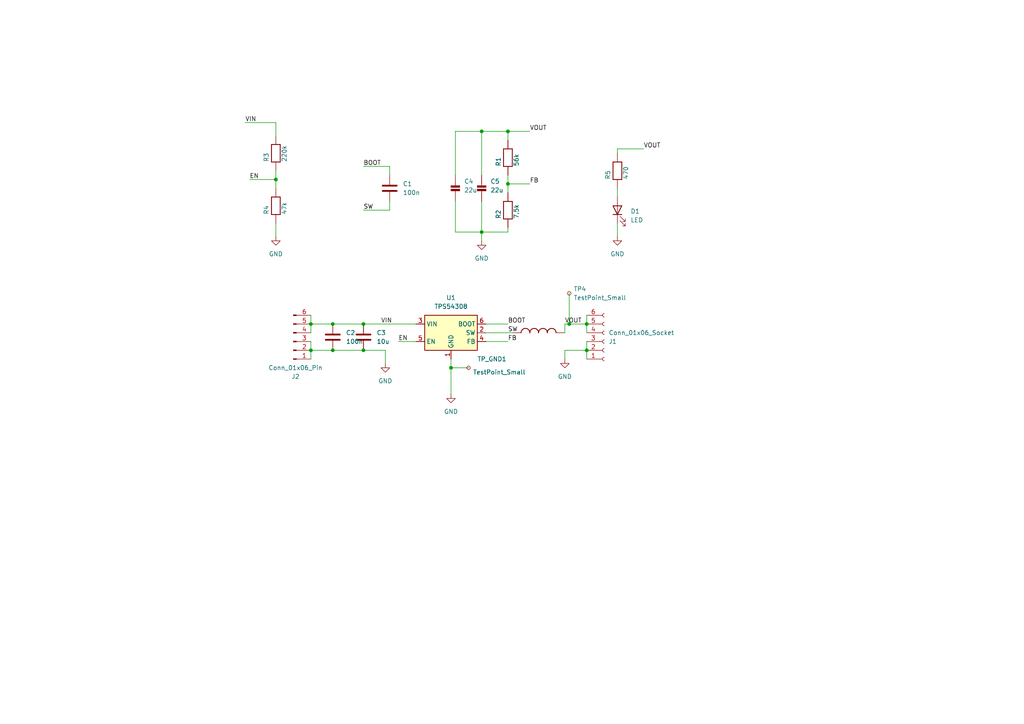
<source format=kicad_sch>
(kicad_sch (version 20230121) (generator eeschema)
  (paper "A4")
  (lib_symbols
    (symbol "Connector:Conn_01x06_Pin" (pin_names (offset 1.016) hide)
      (property "Reference" "J" (at 0 7.62 0))
      (property "Value" "Conn_01x06_Pin" (at 0 -10.16 0))
      (symbol "Conn_01x06_Pin_1_1"
        (polyline (pts (xy 1.27 -7.62) (xy 0.8636 -7.62)) (stroke (width 0.1524)))
        (polyline (pts (xy 1.27 -5.08) (xy 0.8636 -5.08)) (stroke (width 0.1524)))
        (polyline (pts (xy 1.27 -2.54) (xy 0.8636 -2.54)) (stroke (width 0.1524)))
        (polyline (pts (xy 1.27 0) (xy 0.8636 0)) (stroke (width 0.1524)))
        (polyline (pts (xy 1.27 2.54) (xy 0.8636 2.54)) (stroke (width 0.1524)))
        (polyline (pts (xy 1.27 5.08) (xy 0.8636 5.08)) (stroke (width 0.1524)))
        (rectangle (start 0.8636 -7.493) (end 0 -7.747) (stroke (width 0.1524)) (fill (type outline)))
        (rectangle (start 0.8636 -4.953) (end 0 -5.207) (stroke (width 0.1524)) (fill (type outline)))
        (rectangle (start 0.8636 -2.413) (end 0 -2.667) (stroke (width 0.1524)) (fill (type outline)))
        (rectangle (start 0.8636 0.127) (end 0 -0.127) (stroke (width 0.1524)) (fill (type outline)))
        (rectangle (start 0.8636 2.667) (end 0 2.413) (stroke (width 0.1524)) (fill (type outline)))
        (rectangle (start 0.8636 5.207) (end 0 4.953) (stroke (width 0.1524)) (fill (type outline)))
        (pin passive line (at 5.08 5.08 180) (length 3.81) (name "Pin_1") (number "1"))
        (pin passive line (at 5.08 2.54 180) (length 3.81) (name "Pin_2") (number "2"))
        (pin passive line (at 5.08 0 180) (length 3.81) (name "Pin_3") (number "3"))
        (pin passive line (at 5.08 -2.54 180) (length 3.81) (name "Pin_4") (number "4"))
        (pin passive line (at 5.08 -5.08 180) (length 3.81) (name "Pin_5") (number "5"))
        (pin passive line (at 5.08 -7.62 180) (length 3.81) (name "Pin_6") (number "6"))
      )
    )
    (symbol "Connector:Conn_01x06_Socket" (pin_names (offset 1.016) hide)
      (property "Reference" "J" (at 0 7.62 0))
      (property "Value" "Conn_01x06_Socket" (at 0 -10.16 0))
      (symbol "Conn_01x06_Socket_1_1"
        (arc (start 0 -7.112) (mid -0.5058 -7.62) (end 0 -8.128) (stroke (width 0.1524)))
        (arc (start 0 -4.572) (mid -0.5058 -5.08) (end 0 -5.588) (stroke (width 0.1524)))
        (arc (start 0 -2.032) (mid -0.5058 -2.54) (end 0 -3.048) (stroke (width 0.1524)))
        (polyline (pts (xy -1.27 -7.62) (xy -0.508 -7.62)) (stroke (width 0.1524)))
        (polyline (pts (xy -1.27 -5.08) (xy -0.508 -5.08)) (stroke (width 0.1524)))
        (polyline (pts (xy -1.27 -2.54) (xy -0.508 -2.54)) (stroke (width 0.1524)))
        (polyline (pts (xy -1.27 0) (xy -0.508 0)) (stroke (width 0.1524)))
        (polyline (pts (xy -1.27 2.54) (xy -0.508 2.54)) (stroke (width 0.1524)))
        (polyline (pts (xy -1.27 5.08) (xy -0.508 5.08)) (stroke (width 0.1524)))
        (arc (start 0 0.508) (mid -0.5058 0) (end 0 -0.508) (stroke (width 0.1524)))
        (arc (start 0 3.048) (mid -0.5058 2.54) (end 0 2.032) (stroke (width 0.1524)))
        (arc (start 0 5.588) (mid -0.5058 5.08) (end 0 4.572) (stroke (width 0.1524)))
        (pin passive line (at -5.08 5.08 0) (length 3.81) (name "Pin_1") (number "1"))
        (pin passive line (at -5.08 2.54 0) (length 3.81) (name "Pin_2") (number "2"))
        (pin passive line (at -5.08 0 0) (length 3.81) (name "Pin_3") (number "3"))
        (pin passive line (at -5.08 -2.54 0) (length 3.81) (name "Pin_4") (number "4"))
        (pin passive line (at -5.08 -5.08 0) (length 3.81) (name "Pin_5") (number "5"))
        (pin passive line (at -5.08 -7.62 0) (length 3.81) (name "Pin_6") (number "6"))
      )
    )
    (symbol "Connector:TestPoint_Small" (pin_numbers hide) (pin_names (offset 0.762) hide)
      (property "Reference" "TP" (at 0 3.81 0))
      (property "Value" "TestPoint_Small" (at 0 2.032 0))
      (symbol "TestPoint_Small_0_1"
        (circle (center 0 0) (radius 0.508))
      )
      (symbol "TestPoint_Small_1_1"
        (pin passive line (at 0 0 90) (length 0) (name "1") (number "1"))
      )
    )
    (symbol "Device:C" (pin_numbers hide) (pin_names (offset 0.254))
      (property "Reference" "C" (at 0.635 2.54 0))
      (property "Value" "C" (at 0.635 -2.54 0))
      (symbol "C_0_1"
        (polyline (pts (xy -2.032 -0.762) (xy 2.032 -0.762)) (stroke (width 0.508)))
        (polyline (pts (xy -2.032 0.762) (xy 2.032 0.762)) (stroke (width 0.508)))
      )
      (symbol "C_1_1"
        (pin passive line (at 0 3.81 270) (length 2.794) (name "~") (number "1"))
        (pin passive line (at 0 -3.81 90) (length 2.794) (name "~") (number "2"))
      )
    )
    (symbol "Device:LED" (pin_numbers hide) (pin_names (offset 1.016) hide)
      (property "Reference" "D" (at 0 2.54 0))
      (property "Value" "LED" (at 0 -2.54 0))
      (symbol "LED_0_1"
        (polyline (pts (xy -1.27 -1.27) (xy -1.27 1.27)) (stroke (width 0.254)))
        (polyline (pts (xy -1.27 0) (xy 1.27 0)))
        (polyline (pts (xy 1.27 -1.27) (xy 1.27 1.27) (xy -1.27 0) (xy 1.27 -1.27)) (stroke (width 0.254)))
        (polyline (pts (xy -3.048 -0.762) (xy -4.572 -2.286) (xy -3.81 -2.286) (xy -4.572 -2.286) (xy -4.572 -1.524)))
        (polyline (pts (xy -1.778 -0.762) (xy -3.302 -2.286) (xy -2.54 -2.286) (xy -3.302 -2.286) (xy -3.302 -1.524)))
      )
      (symbol "LED_1_1"
        (pin passive line (at -3.81 0 0) (length 2.54) (name "K") (number "1"))
        (pin passive line (at 3.81 0 180) (length 2.54) (name "A") (number "2"))
      )
    )
    (symbol "Regulator_Switching:TPS54308"
      (property "Reference" "U" (at -7.62 6.35 0))
      (property "Value" "TPS54308" (at 0 6.35 0))
      (symbol "TPS54308_0_1"
        (rectangle (start -7.62 5.08) (end 7.62 -5.08) (stroke (width 0.254)) (fill (type background)))
      )
      (symbol "TPS54308_1_1"
        (pin power_in line (at 0 -7.62 90) (length 2.54) (name "GND") (number "1"))
        (pin power_out line (at 10.16 0 180) (length 2.54) (name "SW") (number "2"))
        (pin power_in line (at -10.16 2.54 0) (length 2.54) (name "VIN") (number "3"))
        (pin input line (at 10.16 -2.54 180) (length 2.54) (name "FB") (number "4"))
        (pin input line (at -10.16 -2.54 0) (length 2.54) (name "EN") (number "5"))
        (pin passive line (at 10.16 2.54 180) (length 2.54) (name "BOOT") (number "6"))
      )
    )
    (symbol "design-eagle-import:CAP_CERAMIC0805"
      (property "Reference" "C" (at 2.54 2.54 0))
      (symbol "CAP_CERAMIC0805_1_0"
        (rectangle (start -1.27 0.508) (end 1.27 1.016) (fill (type outline)))
        (rectangle (start -1.27 1.524) (end 1.27 2.032) (fill (type outline)))
        (polyline (pts (xy 0 0.762) (xy 0 0)) (stroke (width 0.1524)))
        (polyline (pts (xy 0 2.54) (xy 0 1.778)) (stroke (width 0.1524)))
        (pin passive line (at 0 5.08 270) (length 2.54) (name "P$1") (number "1"))
        (pin passive line (at 0 -2.54 90) (length 2.54) (name "P$2") (number "2"))
      )
    )
    (symbol "design-eagle-import:RESISTOR0603"
      (property "Reference" "R" (at -2.54 2.032 0))
      (symbol "RESISTOR0603_1_0"
        (polyline (pts (xy -2.54 -1.27) (xy -2.54 1.27)) (stroke (width 0.254)))
        (polyline (pts (xy -2.54 1.27) (xy 2.54 1.27)) (stroke (width 0.254)))
        (polyline (pts (xy 2.54 -1.27) (xy -2.54 -1.27)) (stroke (width 0.254)))
        (polyline (pts (xy 2.54 1.27) (xy 2.54 -1.27)) (stroke (width 0.254)))
        (pin passive line (at -5.08 0 0) (length 2.54) (name "1") (number "1"))
        (pin passive line (at 5.08 0 180) (length 2.54) (name "2") (number "2"))
      )
    )
    (symbol "design-eagle-import:RESISTOR0805"
      (property "Reference" "R" (at -2.54 2.032 0))
      (symbol "RESISTOR0805_1_0"
        (polyline (pts (xy -2.54 -1.27) (xy -2.54 1.27)) (stroke (width 0.254)))
        (polyline (pts (xy -2.54 1.27) (xy 2.54 1.27)) (stroke (width 0.254)))
        (polyline (pts (xy 2.54 -1.27) (xy -2.54 -1.27)) (stroke (width 0.254)))
        (polyline (pts (xy 2.54 1.27) (xy 2.54 -1.27)) (stroke (width 0.254)))
        (pin passive line (at -5.08 0 0) (length 2.54) (name "1") (number "1"))
        (pin passive line (at 5.08 0 180) (length 2.54) (name "2") (number "2"))
      )
    )
    (symbol "design-eagle-import:WE-PD_6033"
      (symbol "WE-PD_6033_1_0"
        (arc (start -2.54 0) (mid -3.81 1.2645) (end -5.08 0) (stroke (width 0.254)))
        (arc (start 0 0) (mid -1.27 1.2645) (end -2.54 0) (stroke (width 0.254)))
        (arc (start 2.54 0) (mid 1.27 1.2645) (end 0 0) (stroke (width 0.254)))
        (arc (start 5.08 0) (mid 3.81 1.2645) (end 2.54 0) (stroke (width 0.254)))
        (pin passive line (at -7.62 0 0) (length 2.54) (name "1") (number "1"))
        (pin passive line (at 7.62 0 180) (length 2.54) (name "2") (number "2"))
      )
    )
    (symbol "power:GND" (power) (pin_names (offset 0))
      (property "Value" "GND" (at 0 -3.81 0))
      (symbol "GND_0_1"
        (polyline (pts (xy 0 0) (xy 0 -1.27) (xy 1.27 -1.27) (xy 0 -2.54) (xy -1.27 -1.27) (xy 0 -1.27)))
      )
      (symbol "GND_1_1"
        (pin power_in line (at 0 0 270) (length 0) hide (name "GND") (number "1"))
      )
    )
  )
  (junction (at 139.7 38.1))
  (junction (at 170.18 101.6))
  (junction (at 130.81 106.68))
  (junction (at 105.41 101.6))
  (junction (at 80.01 52.07))
  (junction (at 90.17 93.98))
  (junction (at 170.18 93.98))
  (junction (at 90.17 101.6))
  (junction (at 139.7 67.31))
  (junction (at 147.32 38.1))
  (junction (at 105.41 93.98))
  (junction (at 96.52 101.6))
  (junction (at 165.1 93.98))
  (junction (at 147.32 53.34))
  (junction (at 96.52 93.98))
  (wire (pts (xy 111.76 101.6) (xy 111.76 105.41)))
  (wire (pts (xy 163.83 104.14) (xy 163.83 101.6)))
  (wire (pts (xy 179.07 54.61) (xy 179.07 57.15)))
  (wire (pts (xy 96.52 101.6) (xy 105.41 101.6)))
  (wire (pts (xy 165.1 93.98) (xy 170.18 93.98)))
  (wire (pts (xy 147.32 50.8) (xy 147.32 53.34)) (stroke (width 0.1524)))
  (wire (pts (xy 132.08 50.8) (xy 132.08 38.1)) (stroke (width 0.1524)))
  (wire (pts (xy 147.32 38.1) (xy 153.67 38.1)))
  (wire (pts (xy 139.7 50.8) (xy 139.7 38.1)) (stroke (width 0.1524)))
  (wire (pts (xy 132.08 58.42) (xy 132.08 67.31)))
  (wire (pts (xy 115.57 99.06) (xy 120.65 99.06)))
  (wire (pts (xy 90.17 93.98) (xy 90.17 96.52)))
  (wire (pts (xy 80.01 64.77) (xy 80.01 68.58)))
  (wire (pts (xy 80.01 52.07) (xy 80.01 54.61)) (stroke (width 0.1524)))
  (wire (pts (xy 105.41 60.96) (xy 113.03 60.96)))
  (wire (pts (xy 140.97 96.52) (xy 148.59 96.52)))
  (wire (pts (xy 139.7 38.1) (xy 147.32 38.1)) (stroke (width 0.1524)))
  (wire (pts (xy 170.18 99.06) (xy 170.18 101.6)))
  (wire (pts (xy 113.03 58.42) (xy 113.03 60.96)))
  (wire (pts (xy 147.32 40.64) (xy 147.32 38.1)) (stroke (width 0.1524)))
  (wire (pts (xy 163.83 93.98) (xy 163.83 96.52)))
  (wire (pts (xy 96.52 93.98) (xy 105.41 93.98)))
  (wire (pts (xy 130.81 104.14) (xy 130.81 106.68)))
  (wire (pts (xy 113.03 50.8) (xy 113.03 48.26)))
  (wire (pts (xy 130.81 106.68) (xy 130.81 114.3)))
  (wire (pts (xy 72.39 52.07) (xy 80.01 52.07)))
  (wire (pts (xy 130.81 106.68) (xy 135.89 106.68)))
  (wire (pts (xy 105.41 93.98) (xy 120.65 93.98)))
  (wire (pts (xy 170.18 93.98) (xy 170.18 96.52)))
  (wire (pts (xy 132.08 67.31) (xy 139.7 67.31)))
  (wire (pts (xy 90.17 99.06) (xy 90.17 101.6)))
  (wire (pts (xy 80.01 49.53) (xy 80.01 52.07)) (stroke (width 0.1524)))
  (wire (pts (xy 179.07 43.18) (xy 186.69 43.18)))
  (wire (pts (xy 90.17 101.6) (xy 96.52 101.6)))
  (wire (pts (xy 139.7 58.42) (xy 139.7 67.31)))
  (wire (pts (xy 105.41 48.26) (xy 113.03 48.26)))
  (wire (pts (xy 105.41 101.6) (xy 111.76 101.6)))
  (wire (pts (xy 147.32 53.34) (xy 147.32 55.88)) (stroke (width 0.1524)))
  (wire (pts (xy 165.1 85.09) (xy 165.1 93.98)))
  (wire (pts (xy 163.83 101.6) (xy 170.18 101.6)))
  (wire (pts (xy 90.17 93.98) (xy 96.52 93.98)))
  (wire (pts (xy 90.17 91.44) (xy 90.17 93.98)))
  (wire (pts (xy 179.07 64.77) (xy 179.07 68.58)))
  (wire (pts (xy 170.18 91.44) (xy 170.18 93.98)))
  (wire (pts (xy 90.17 101.6) (xy 90.17 104.14)))
  (wire (pts (xy 139.7 67.31) (xy 139.7 69.85)))
  (wire (pts (xy 140.97 99.06) (xy 147.32 99.06)))
  (wire (pts (xy 80.01 39.37) (xy 80.01 35.56)))
  (wire (pts (xy 132.08 38.1) (xy 139.7 38.1)) (stroke (width 0.1524)))
  (wire (pts (xy 163.83 93.98) (xy 165.1 93.98)))
  (wire (pts (xy 139.7 67.31) (xy 147.32 67.31)))
  (wire (pts (xy 71.12 35.56) (xy 80.01 35.56)))
  (wire (pts (xy 179.07 44.45) (xy 179.07 43.18)))
  (wire (pts (xy 140.97 93.98) (xy 147.32 93.98)))
  (wire (pts (xy 147.32 67.31) (xy 147.32 66.04)))
  (wire (pts (xy 147.32 53.34) (xy 153.67 53.34)))
  (wire (pts (xy 170.18 101.6) (xy 170.18 104.14)))
  (label "BOOT" (at 147.32 93.98 0))
  (label "EN" (at 115.57 99.06 0))
  (label "SW" (at 105.41 60.96 0))
  (label "BOOT" (at 105.41 48.26 0))
  (label "VIN" (at 110.49 93.98 0))
  (label "VOUT" (at 186.69 43.18 0))
  (label "FB" (at 153.67 53.34 0))
  (label "EN" (at 72.39 52.07 0))
  (label "VOUT" (at 153.67 38.1 0))
  (label "SW" (at 147.32 96.52 0))
  (label "FB" (at 147.32 99.06 0))
  (label "VOUT" (at 163.83 93.98 0))
  (label "VIN" (at 71.12 35.56 0))
  (symbol (lib_id "Regulator_Switching:TPS54308") (at 130.81 96.52 0) (unit 1)
    (property "Reference" "U1" (at 130.81 86.36 0))
    (property "Value" "TPS54308" (at 130.81 88.9 0))
    (property "Footprint" "Package_TO_SOT_SMD:SOT-23-6" (effects hide))
    (property "Datasheet" "http://www.ti.com/lit/ds/symlink/tps54308.pdf" (effects hide))
  )
  (symbol (lib_id "Device:LED") (at 179.07 60.96 90) (unit 1)
    (property "Reference" "D1" (at 182.88 61.2775 90) (effects (justify right)))
    (property "Value" "LED" (at 182.88 63.8175 90) (effects (justify right)))
    (property "Footprint" "LED_SMD:LED_0805_2012Metric_Pad1.15x1.40mm_HandSolder" (effects hide))
  )
  (symbol (lib_id "design-eagle-import:RESISTOR0805") (at 179.07 49.53 90) (unit 1)
    (property "Reference" "R5" (at 177.038 52.07 0) (effects (justify left bottom)))
    (property "Value" "470" (at 182.245 52.07 0) (effects (justify left bottom)))
    (property "Footprint" "Resistor_SMD:R_0805_2012Metric_Pad1.20x1.40mm_HandSolder" (effects hide))
  )
  (symbol (lib_id "Device:C") (at 96.52 97.79 0) (unit 1)
    (property "Reference" "C2" (at 100.33 96.52 0) (effects (justify left)))
    (property "Value" "100n" (at 100.33 99.06 0) (effects (justify left)))
    (property "Footprint" "Capacitor_SMD:C_0805_2012Metric_Pad1.18x1.45mm_HandSolder" (effects hide))
  )
  (symbol (lib_id "design-eagle-import:CAP_CERAMIC0805") (at 132.08 55.88 0) (unit 1)
    (property "Reference" "C4" (at 134.62 53.34 0) (effects (justify left bottom)))
    (property "Value" "22u" (at 134.62 55.88 0) (effects (justify left bottom)))
    (property "Footprint" "Capacitor_SMD:C_0805_2012Metric_Pad1.18x1.45mm_HandSolder" (effects hide))
  )
  (symbol (lib_id "design-eagle-import:RESISTOR0603") (at 80.01 59.69 90) (unit 1)
    (property "Reference" "R4" (at 77.978 62.23 0) (effects (justify left bottom)))
    (property "Value" "47k" (at 83.185 62.23 0) (effects (justify left bottom)))
    (property "Footprint" "Resistor_SMD:R_0805_2012Metric_Pad1.20x1.40mm_HandSolder" (effects hide))
  )
  (symbol (lib_id "design-eagle-import:RESISTOR0805") (at 147.32 45.72 90) (unit 1)
    (property "Reference" "R1" (at 145.288 48.26 0) (effects (justify left bottom)))
    (property "Value" "56k" (at 150.495 48.26 0) (effects (justify left bottom)))
    (property "Footprint" "Resistor_SMD:R_0805_2012Metric_Pad1.20x1.40mm_HandSolder" (effects hide))
  )
  (symbol (lib_id "Device:C") (at 105.41 97.79 0) (unit 1)
    (property "Reference" "C3" (at 109.22 96.52 0) (effects (justify left)))
    (property "Value" "10u" (at 109.22 99.06 0) (effects (justify left)))
    (property "Footprint" "Capacitor_SMD:C_0805_2012Metric_Pad1.18x1.45mm_HandSolder" (effects hide))
  )
  (symbol (lib_id "power:GND") (at 163.83 104.14 0) (unit 1)
    (property "Reference" "#PWR03" (effects hide))
    (property "Value" "GND" (at 163.83 109.22 0))
  )
  (symbol (lib_id "design-eagle-import:WE-PD_6033") (at 156.21 96.52 0) (unit 1)
    (property "Reference" "L1" (effects hide))
    (property "Value" "10uH" (effects hide))
    (property "Footprint" "Inductor_SMD:L_6.3x6.3_H3" (effects hide))
  )
  (symbol (lib_id "design-eagle-import:RESISTOR0603") (at 147.32 60.96 90) (unit 1)
    (property "Reference" "R2" (at 145.288 63.5 0) (effects (justify left bottom)))
    (property "Value" "7.5k" (at 150.495 63.5 0) (effects (justify left bottom)))
    (property "Footprint" "Resistor_SMD:R_0805_2012Metric_Pad1.20x1.40mm_HandSolder" (effects hide))
  )
  (symbol (lib_id "Connector:Conn_01x06_Socket") (at 175.26 99.06 0) (mirror x) (unit 1)
    (property "Reference" "J1" (at 176.53 99.06 0) (effects (justify left)))
    (property "Value" "Conn_01x06_Socket" (at 176.53 96.52 0) (effects (justify left)))
    (property "Footprint" "Library:Connector_Female_LLL" (effects hide))
  )
  (symbol (lib_id "Connector:TestPoint_Small") (at 165.1 85.09 0) (unit 1)
    (property "Reference" "TP4" (at 166.37 83.82 0) (effects (justify left)))
    (property "Value" "TestPoint_Small" (at 166.37 86.36 0) (effects (justify left)))
    (property "Footprint" "TestPoint:TestPoint_Loop_D1.80mm_Drill1.0mm_Beaded" (effects hide))
  )
  (symbol (lib_id "Connector:Conn_01x06_Pin") (at 85.09 99.06 0) (mirror x) (unit 1)
    (property "Reference" "J2" (at 85.725 109.22 0))
    (property "Value" "Conn_01x06_Pin" (at 85.725 106.68 0))
    (property "Footprint" "Library:Connector_Male_LLL" (effects hide))
  )
  (symbol (lib_id "Connector:TestPoint_Small") (at 135.89 106.68 0) (unit 1)
    (property "Reference" "TP_GND1" (at 138.43 104.14 0) (effects (justify left)))
    (property "Value" "TestPoint_Small" (at 137.16 107.95 0) (effects (justify left)))
    (property "Footprint" "TestPoint:TestPoint_Loop_D2.50mm_Drill1.0mm" (effects hide))
  )
  (symbol (lib_id "power:GND") (at 130.81 114.3 0) (unit 1)
    (property "Reference" "#PWR01" (effects hide))
    (property "Value" "GND" (at 130.81 119.38 0))
  )
  (symbol (lib_id "design-eagle-import:RESISTOR0603") (at 80.01 44.45 90) (unit 1)
    (property "Reference" "R3" (at 77.978 46.99 0) (effects (justify left bottom)))
    (property "Value" "220k" (at 83.185 46.99 0) (effects (justify left bottom)))
    (property "Footprint" "Resistor_SMD:R_0805_2012Metric_Pad1.20x1.40mm_HandSolder" (effects hide))
  )
  (symbol (lib_id "design-eagle-import:CAP_CERAMIC0805") (at 139.7 55.88 0) (unit 1)
    (property "Reference" "C5" (at 142.24 53.34 0) (effects (justify left bottom)))
    (property "Value" "22u" (at 142.24 55.88 0) (effects (justify left bottom)))
    (property "Footprint" "Capacitor_SMD:C_0805_2012Metric_Pad1.18x1.45mm_HandSolder" (effects hide))
  )
  (symbol (lib_id "power:GND") (at 179.07 68.58 0) (unit 1)
    (property "Reference" "#PWR06" (effects hide))
    (property "Value" "GND" (at 179.07 73.66 0))
  )
  (symbol (lib_id "Device:C") (at 113.03 54.61 0) (unit 1)
    (property "Reference" "C1" (at 116.84 53.34 0) (effects (justify left)))
    (property "Value" "100n" (at 116.84 55.88 0) (effects (justify left)))
    (property "Footprint" "Capacitor_SMD:C_0805_2012Metric_Pad1.18x1.45mm_HandSolder" (effects hide))
  )
  (symbol (lib_id "power:GND") (at 139.7 69.85 0) (unit 1)
    (property "Reference" "#PWR04" (effects hide))
    (property "Value" "GND" (at 139.7 74.93 0))
  )
  (symbol (lib_id "power:GND") (at 80.01 68.58 0) (unit 1)
    (property "Reference" "#PWR05" (effects hide))
    (property "Value" "GND" (at 80.01 73.66 0))
  )
  (symbol (lib_id "power:GND") (at 111.76 105.41 0) (unit 1)
    (property "Reference" "#PWR02" (effects hide))
    (property "Value" "GND" (at 111.76 110.49 0))
  )
)
</source>
